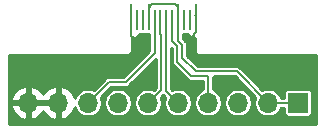
<source format=gbr>
G04 #@! TF.GenerationSoftware,KiCad,Pcbnew,(5.0.0)*
G04 #@! TF.CreationDate,2020-07-27T10:37:02+01:00*
G04 #@! TF.ProjectId,USB2,555342322E6B696361645F7063620000,rev?*
G04 #@! TF.SameCoordinates,Original*
G04 #@! TF.FileFunction,Copper,L2,Bot,Signal*
G04 #@! TF.FilePolarity,Positive*
%FSLAX46Y46*%
G04 Gerber Fmt 4.6, Leading zero omitted, Abs format (unit mm)*
G04 Created by KiCad (PCBNEW (5.0.0)) date 07/27/20 10:37:02*
%MOMM*%
%LPD*%
G01*
G04 APERTURE LIST*
G04 #@! TA.AperFunction,SMDPad,CuDef*
%ADD10R,0.250000X2.300000*%
G04 #@! TD*
G04 #@! TA.AperFunction,SMDPad,CuDef*
%ADD11R,0.250000X1.800000*%
G04 #@! TD*
G04 #@! TA.AperFunction,ComponentPad*
%ADD12R,1.700000X1.700000*%
G04 #@! TD*
G04 #@! TA.AperFunction,ComponentPad*
%ADD13O,1.700000X1.700000*%
G04 #@! TD*
G04 #@! TA.AperFunction,ViaPad*
%ADD14C,0.800000*%
G04 #@! TD*
G04 #@! TA.AperFunction,Conductor*
%ADD15C,0.200000*%
G04 #@! TD*
G04 #@! TA.AperFunction,Conductor*
%ADD16C,0.254000*%
G04 #@! TD*
G04 APERTURE END LIST*
D10*
G04 #@! TO.P,J4,B1*
G04 #@! TO.N,GND*
X182850000Y-97150000D03*
D11*
G04 #@! TO.P,J4,B11*
G04 #@! TO.N,N/C*
X187850000Y-97400000D03*
D10*
G04 #@! TO.P,J4,B9*
G04 #@! TO.N,VBUS*
X186850000Y-97150000D03*
D11*
G04 #@! TO.P,J4,B8*
G04 #@! TO.N,/SBUS2*
X186350000Y-97400000D03*
G04 #@! TO.P,J4,B10*
G04 #@! TO.N,N/C*
X187350000Y-97400000D03*
G04 #@! TO.P,J4,B3*
X183850000Y-97400000D03*
G04 #@! TO.P,J4,B6*
G04 #@! TO.N,/USBD+*
X185350000Y-97400000D03*
D10*
G04 #@! TO.P,J4,B4*
G04 #@! TO.N,VBUS*
X184350000Y-97150000D03*
D11*
G04 #@! TO.P,J4,B5*
G04 #@! TO.N,/CC2*
X184850000Y-97400000D03*
G04 #@! TO.P,J4,B2*
G04 #@! TO.N,N/C*
X183350000Y-97400000D03*
D10*
G04 #@! TO.P,J4,B12*
G04 #@! TO.N,GND*
X188350000Y-97150000D03*
D11*
G04 #@! TO.P,J4,B7*
G04 #@! TO.N,/USBD-*
X185850000Y-97400000D03*
G04 #@! TD*
D12*
G04 #@! TO.P,J5,1*
G04 #@! TO.N,VBUS*
X197000000Y-104400000D03*
D13*
G04 #@! TO.P,J5,2*
X194460000Y-104400000D03*
G04 #@! TO.P,J5,3*
G04 #@! TO.N,/CC1*
X191920000Y-104400000D03*
G04 #@! TO.P,J5,4*
G04 #@! TO.N,/SBUS2*
X189380000Y-104400000D03*
G04 #@! TO.P,J5,5*
G04 #@! TO.N,/USBD-*
X186840000Y-104400000D03*
G04 #@! TO.P,J5,6*
G04 #@! TO.N,/USBD+*
X184300000Y-104400000D03*
G04 #@! TO.P,J5,7*
G04 #@! TO.N,/SBUS1*
X181760000Y-104400000D03*
G04 #@! TO.P,J5,8*
G04 #@! TO.N,/CC2*
X179220000Y-104400000D03*
G04 #@! TO.P,J5,9*
G04 #@! TO.N,GND*
X176680000Y-104400000D03*
G04 #@! TO.P,J5,10*
X174140000Y-104400000D03*
G04 #@! TD*
D14*
G04 #@! TO.N,GND*
X187900000Y-99200000D03*
X184300000Y-101900000D03*
X186900000Y-102700000D03*
X190300000Y-102500000D03*
X191500000Y-100800000D03*
X179300000Y-101000000D03*
G04 #@! TD*
D15*
G04 #@! TO.N,GND*
X183300000Y-99250000D02*
X183300000Y-99150000D01*
X182885010Y-98134623D02*
X182885010Y-97150000D01*
X182885010Y-98735010D02*
X182885010Y-98134623D01*
X183300000Y-99150000D02*
X182885010Y-98735010D01*
X188100000Y-99100000D02*
X188100000Y-98800000D01*
X188100000Y-98800000D02*
X188200000Y-98700000D01*
X188350000Y-98390367D02*
X188350000Y-98159633D01*
X188274990Y-98465377D02*
X188350000Y-98390367D01*
X188274990Y-98540012D02*
X188274990Y-98465377D01*
X188215001Y-98600001D02*
X188274990Y-98540012D01*
X188200000Y-98600001D02*
X188215001Y-98600001D01*
X188200000Y-98700000D02*
X188200000Y-98600001D01*
G04 #@! TO.N,/USBD+*
X185350000Y-98555002D02*
X185400000Y-98605002D01*
X185350000Y-97400000D02*
X185350000Y-98555002D01*
X185400000Y-103300000D02*
X184300000Y-104400000D01*
X185400000Y-98605002D02*
X185400000Y-103300000D01*
G04 #@! TO.N,VBUS*
X195662081Y-104400000D02*
X197000000Y-104400000D01*
X194460000Y-104400000D02*
X195662081Y-104400000D01*
X186850000Y-96334998D02*
X186850000Y-97150000D01*
X186565002Y-96050000D02*
X186850000Y-96334998D01*
X184650000Y-96050000D02*
X186565002Y-96050000D01*
X184350000Y-97150000D02*
X184350000Y-96350000D01*
X184350000Y-96350000D02*
X184650000Y-96050000D01*
X191810000Y-101750000D02*
X194460000Y-104400000D01*
X186850000Y-97150000D02*
X186850000Y-99150000D01*
X189890367Y-101750000D02*
X191810000Y-101750000D01*
X187200000Y-99500000D02*
X187200000Y-100600000D01*
X186850000Y-99150000D02*
X187200000Y-99500000D01*
X189874677Y-101765690D02*
X189890367Y-101750000D01*
X188365690Y-101765690D02*
X189874677Y-101765690D01*
X187200000Y-100600000D02*
X188365690Y-101765690D01*
G04 #@! TO.N,/USBD-*
X185850000Y-103410000D02*
X186840000Y-104400000D01*
X185850000Y-97400000D02*
X185850000Y-103410000D01*
G04 #@! TO.N,/SBUS2*
X186350000Y-97400000D02*
X186350000Y-99215700D01*
X189380000Y-102245700D02*
X189380000Y-103197919D01*
X189380000Y-103197919D02*
X189380000Y-104400000D01*
X186734300Y-99600000D02*
X186734300Y-100934300D01*
X186350000Y-99215700D02*
X186734300Y-99600000D01*
X187965700Y-102165700D02*
X189300000Y-102165700D01*
X186734300Y-100934300D02*
X187965700Y-102165700D01*
X189300000Y-102165700D02*
X189380000Y-102245700D01*
G04 #@! TO.N,/CC2*
X184850000Y-97400000D02*
X184850000Y-100200000D01*
X184850000Y-100200000D02*
X182400000Y-102650000D01*
X180970000Y-102650000D02*
X179220000Y-104400000D01*
X182400000Y-102650000D02*
X180970000Y-102650000D01*
G04 #@! TD*
D16*
G04 #@! TO.N,GND*
G36*
X187671363Y-98622737D02*
X187686673Y-98659699D01*
X187865302Y-98838327D01*
X188098691Y-98935000D01*
X188128750Y-98935000D01*
X188222998Y-98840752D01*
X188222998Y-98935000D01*
X188248000Y-98935000D01*
X188248001Y-99965326D01*
X188241104Y-100000000D01*
X188268423Y-100137344D01*
X188346222Y-100253778D01*
X188462656Y-100331577D01*
X188565331Y-100352000D01*
X188600000Y-100358896D01*
X188634669Y-100352000D01*
X198548001Y-100352000D01*
X198548000Y-102534668D01*
X198548001Y-102534673D01*
X198548000Y-106248000D01*
X172552000Y-106248000D01*
X172552000Y-104756892D01*
X172698514Y-104756892D01*
X172944817Y-105281358D01*
X173373076Y-105671645D01*
X173783110Y-105841476D01*
X174013000Y-105720155D01*
X174013000Y-104527000D01*
X174267000Y-104527000D01*
X174267000Y-105720155D01*
X174496890Y-105841476D01*
X174906924Y-105671645D01*
X175335183Y-105281358D01*
X175410000Y-105122046D01*
X175484817Y-105281358D01*
X175913076Y-105671645D01*
X176323110Y-105841476D01*
X176553000Y-105720155D01*
X176553000Y-104527000D01*
X174267000Y-104527000D01*
X174013000Y-104527000D01*
X172819181Y-104527000D01*
X172698514Y-104756892D01*
X172552000Y-104756892D01*
X172552000Y-104043108D01*
X172698514Y-104043108D01*
X172819181Y-104273000D01*
X174013000Y-104273000D01*
X174013000Y-103079845D01*
X174267000Y-103079845D01*
X174267000Y-104273000D01*
X176553000Y-104273000D01*
X176553000Y-103079845D01*
X176323110Y-102958524D01*
X175913076Y-103128355D01*
X175484817Y-103518642D01*
X175410000Y-103677954D01*
X175335183Y-103518642D01*
X174906924Y-103128355D01*
X174496890Y-102958524D01*
X174267000Y-103079845D01*
X174013000Y-103079845D01*
X173783110Y-102958524D01*
X173373076Y-103128355D01*
X172944817Y-103518642D01*
X172698514Y-104043108D01*
X172552000Y-104043108D01*
X172552000Y-100352000D01*
X182525331Y-100352000D01*
X182560000Y-100358896D01*
X182594669Y-100352000D01*
X182697344Y-100331577D01*
X182813778Y-100253778D01*
X182891577Y-100137344D01*
X182918896Y-100000000D01*
X182912000Y-99965331D01*
X182912000Y-98935000D01*
X182977002Y-98935000D01*
X182977002Y-98840752D01*
X183071250Y-98935000D01*
X183101309Y-98935000D01*
X183334698Y-98838327D01*
X183513327Y-98659699D01*
X183528637Y-98622737D01*
X183600000Y-98608542D01*
X183725000Y-98633406D01*
X183975000Y-98633406D01*
X184100000Y-98608542D01*
X184225000Y-98633406D01*
X184423000Y-98633406D01*
X184423001Y-100023129D01*
X182223132Y-102223000D01*
X181012054Y-102223000D01*
X180970000Y-102214635D01*
X180927946Y-102223000D01*
X180803393Y-102247775D01*
X180662150Y-102342150D01*
X180638328Y-102377803D01*
X179706576Y-103309555D01*
X179679242Y-103291291D01*
X179335920Y-103223000D01*
X179104080Y-103223000D01*
X178760758Y-103291291D01*
X178371431Y-103551431D01*
X178111291Y-103940758D01*
X178100023Y-103997406D01*
X177875183Y-103518642D01*
X177446924Y-103128355D01*
X177036890Y-102958524D01*
X176807000Y-103079845D01*
X176807000Y-104273000D01*
X176827000Y-104273000D01*
X176827000Y-104527000D01*
X176807000Y-104527000D01*
X176807000Y-105720155D01*
X177036890Y-105841476D01*
X177446924Y-105671645D01*
X177875183Y-105281358D01*
X178100023Y-104802594D01*
X178111291Y-104859242D01*
X178371431Y-105248569D01*
X178760758Y-105508709D01*
X179104080Y-105577000D01*
X179335920Y-105577000D01*
X179679242Y-105508709D01*
X180068569Y-105248569D01*
X180328709Y-104859242D01*
X180420058Y-104400000D01*
X180559942Y-104400000D01*
X180651291Y-104859242D01*
X180911431Y-105248569D01*
X181300758Y-105508709D01*
X181644080Y-105577000D01*
X181875920Y-105577000D01*
X182219242Y-105508709D01*
X182608569Y-105248569D01*
X182868709Y-104859242D01*
X182960058Y-104400000D01*
X182868709Y-103940758D01*
X182608569Y-103551431D01*
X182219242Y-103291291D01*
X181875920Y-103223000D01*
X181644080Y-103223000D01*
X181300758Y-103291291D01*
X180911431Y-103551431D01*
X180651291Y-103940758D01*
X180559942Y-104400000D01*
X180420058Y-104400000D01*
X180328709Y-103940758D01*
X180310445Y-103913424D01*
X181146869Y-103077000D01*
X182357947Y-103077000D01*
X182400000Y-103085365D01*
X182442053Y-103077000D01*
X182442054Y-103077000D01*
X182566607Y-103052225D01*
X182707850Y-102957850D01*
X182731675Y-102922193D01*
X184973000Y-100680869D01*
X184973001Y-103123130D01*
X184786576Y-103309555D01*
X184759242Y-103291291D01*
X184415920Y-103223000D01*
X184184080Y-103223000D01*
X183840758Y-103291291D01*
X183451431Y-103551431D01*
X183191291Y-103940758D01*
X183099942Y-104400000D01*
X183191291Y-104859242D01*
X183451431Y-105248569D01*
X183840758Y-105508709D01*
X184184080Y-105577000D01*
X184415920Y-105577000D01*
X184759242Y-105508709D01*
X185148569Y-105248569D01*
X185408709Y-104859242D01*
X185500058Y-104400000D01*
X185408709Y-103940758D01*
X185390445Y-103913424D01*
X185568448Y-103735421D01*
X185577805Y-103741673D01*
X185749555Y-103913424D01*
X185731291Y-103940758D01*
X185639942Y-104400000D01*
X185731291Y-104859242D01*
X185991431Y-105248569D01*
X186380758Y-105508709D01*
X186724080Y-105577000D01*
X186955920Y-105577000D01*
X187299242Y-105508709D01*
X187688569Y-105248569D01*
X187948709Y-104859242D01*
X188040058Y-104400000D01*
X187948709Y-103940758D01*
X187688569Y-103551431D01*
X187299242Y-103291291D01*
X186955920Y-103223000D01*
X186724080Y-103223000D01*
X186380758Y-103291291D01*
X186353424Y-103309555D01*
X186277000Y-103233132D01*
X186277000Y-99746569D01*
X186307300Y-99776869D01*
X186307301Y-100892243D01*
X186298935Y-100934300D01*
X186319039Y-101035365D01*
X186332076Y-101100907D01*
X186426451Y-101242150D01*
X186462105Y-101265973D01*
X187634027Y-102437896D01*
X187657850Y-102473550D01*
X187749322Y-102534669D01*
X187799093Y-102567925D01*
X187965700Y-102601065D01*
X188007754Y-102592700D01*
X188953000Y-102592700D01*
X188953001Y-103155861D01*
X188953000Y-103155866D01*
X188953000Y-103284878D01*
X188920758Y-103291291D01*
X188531431Y-103551431D01*
X188271291Y-103940758D01*
X188179942Y-104400000D01*
X188271291Y-104859242D01*
X188531431Y-105248569D01*
X188920758Y-105508709D01*
X189264080Y-105577000D01*
X189495920Y-105577000D01*
X189839242Y-105508709D01*
X190228569Y-105248569D01*
X190488709Y-104859242D01*
X190580058Y-104400000D01*
X190719942Y-104400000D01*
X190811291Y-104859242D01*
X191071431Y-105248569D01*
X191460758Y-105508709D01*
X191804080Y-105577000D01*
X192035920Y-105577000D01*
X192379242Y-105508709D01*
X192768569Y-105248569D01*
X193028709Y-104859242D01*
X193120058Y-104400000D01*
X193028709Y-103940758D01*
X192768569Y-103551431D01*
X192379242Y-103291291D01*
X192035920Y-103223000D01*
X191804080Y-103223000D01*
X191460758Y-103291291D01*
X191071431Y-103551431D01*
X190811291Y-103940758D01*
X190719942Y-104400000D01*
X190580058Y-104400000D01*
X190488709Y-103940758D01*
X190228569Y-103551431D01*
X189839242Y-103291291D01*
X189807000Y-103284878D01*
X189807000Y-102287752D01*
X189815365Y-102245699D01*
X189807000Y-102203646D01*
X189804821Y-102192690D01*
X189832624Y-102192690D01*
X189874677Y-102201055D01*
X189916730Y-102192690D01*
X189916731Y-102192690D01*
X189995610Y-102177000D01*
X191633132Y-102177000D01*
X193369555Y-103913424D01*
X193351291Y-103940758D01*
X193259942Y-104400000D01*
X193351291Y-104859242D01*
X193611431Y-105248569D01*
X194000758Y-105508709D01*
X194344080Y-105577000D01*
X194575920Y-105577000D01*
X194919242Y-105508709D01*
X195308569Y-105248569D01*
X195568709Y-104859242D01*
X195575122Y-104827000D01*
X195816594Y-104827000D01*
X195816594Y-105250000D01*
X195841973Y-105377589D01*
X195914246Y-105485754D01*
X196022411Y-105558027D01*
X196150000Y-105583406D01*
X197850000Y-105583406D01*
X197977589Y-105558027D01*
X198085754Y-105485754D01*
X198158027Y-105377589D01*
X198183406Y-105250000D01*
X198183406Y-103550000D01*
X198158027Y-103422411D01*
X198085754Y-103314246D01*
X197977589Y-103241973D01*
X197850000Y-103216594D01*
X196150000Y-103216594D01*
X196022411Y-103241973D01*
X195914246Y-103314246D01*
X195841973Y-103422411D01*
X195816594Y-103550000D01*
X195816594Y-103973000D01*
X195575122Y-103973000D01*
X195568709Y-103940758D01*
X195308569Y-103551431D01*
X194919242Y-103291291D01*
X194575920Y-103223000D01*
X194344080Y-103223000D01*
X194000758Y-103291291D01*
X193973424Y-103309555D01*
X192141675Y-101477807D01*
X192117850Y-101442150D01*
X191976607Y-101347775D01*
X191852054Y-101323000D01*
X191852053Y-101323000D01*
X191810000Y-101314635D01*
X191767947Y-101323000D01*
X189932419Y-101323000D01*
X189890366Y-101314635D01*
X189848314Y-101323000D01*
X189848313Y-101323000D01*
X189769434Y-101338690D01*
X188542559Y-101338690D01*
X187627000Y-100423132D01*
X187627000Y-99542054D01*
X187635365Y-99500000D01*
X187602225Y-99333393D01*
X187574667Y-99292150D01*
X187507850Y-99192150D01*
X187472196Y-99168327D01*
X187277000Y-98973132D01*
X187277000Y-98633406D01*
X187475000Y-98633406D01*
X187600000Y-98608542D01*
X187671363Y-98622737D01*
X187671363Y-98622737D01*
G37*
X187671363Y-98622737D02*
X187686673Y-98659699D01*
X187865302Y-98838327D01*
X188098691Y-98935000D01*
X188128750Y-98935000D01*
X188222998Y-98840752D01*
X188222998Y-98935000D01*
X188248000Y-98935000D01*
X188248001Y-99965326D01*
X188241104Y-100000000D01*
X188268423Y-100137344D01*
X188346222Y-100253778D01*
X188462656Y-100331577D01*
X188565331Y-100352000D01*
X188600000Y-100358896D01*
X188634669Y-100352000D01*
X198548001Y-100352000D01*
X198548000Y-102534668D01*
X198548001Y-102534673D01*
X198548000Y-106248000D01*
X172552000Y-106248000D01*
X172552000Y-104756892D01*
X172698514Y-104756892D01*
X172944817Y-105281358D01*
X173373076Y-105671645D01*
X173783110Y-105841476D01*
X174013000Y-105720155D01*
X174013000Y-104527000D01*
X174267000Y-104527000D01*
X174267000Y-105720155D01*
X174496890Y-105841476D01*
X174906924Y-105671645D01*
X175335183Y-105281358D01*
X175410000Y-105122046D01*
X175484817Y-105281358D01*
X175913076Y-105671645D01*
X176323110Y-105841476D01*
X176553000Y-105720155D01*
X176553000Y-104527000D01*
X174267000Y-104527000D01*
X174013000Y-104527000D01*
X172819181Y-104527000D01*
X172698514Y-104756892D01*
X172552000Y-104756892D01*
X172552000Y-104043108D01*
X172698514Y-104043108D01*
X172819181Y-104273000D01*
X174013000Y-104273000D01*
X174013000Y-103079845D01*
X174267000Y-103079845D01*
X174267000Y-104273000D01*
X176553000Y-104273000D01*
X176553000Y-103079845D01*
X176323110Y-102958524D01*
X175913076Y-103128355D01*
X175484817Y-103518642D01*
X175410000Y-103677954D01*
X175335183Y-103518642D01*
X174906924Y-103128355D01*
X174496890Y-102958524D01*
X174267000Y-103079845D01*
X174013000Y-103079845D01*
X173783110Y-102958524D01*
X173373076Y-103128355D01*
X172944817Y-103518642D01*
X172698514Y-104043108D01*
X172552000Y-104043108D01*
X172552000Y-100352000D01*
X182525331Y-100352000D01*
X182560000Y-100358896D01*
X182594669Y-100352000D01*
X182697344Y-100331577D01*
X182813778Y-100253778D01*
X182891577Y-100137344D01*
X182918896Y-100000000D01*
X182912000Y-99965331D01*
X182912000Y-98935000D01*
X182977002Y-98935000D01*
X182977002Y-98840752D01*
X183071250Y-98935000D01*
X183101309Y-98935000D01*
X183334698Y-98838327D01*
X183513327Y-98659699D01*
X183528637Y-98622737D01*
X183600000Y-98608542D01*
X183725000Y-98633406D01*
X183975000Y-98633406D01*
X184100000Y-98608542D01*
X184225000Y-98633406D01*
X184423000Y-98633406D01*
X184423001Y-100023129D01*
X182223132Y-102223000D01*
X181012054Y-102223000D01*
X180970000Y-102214635D01*
X180927946Y-102223000D01*
X180803393Y-102247775D01*
X180662150Y-102342150D01*
X180638328Y-102377803D01*
X179706576Y-103309555D01*
X179679242Y-103291291D01*
X179335920Y-103223000D01*
X179104080Y-103223000D01*
X178760758Y-103291291D01*
X178371431Y-103551431D01*
X178111291Y-103940758D01*
X178100023Y-103997406D01*
X177875183Y-103518642D01*
X177446924Y-103128355D01*
X177036890Y-102958524D01*
X176807000Y-103079845D01*
X176807000Y-104273000D01*
X176827000Y-104273000D01*
X176827000Y-104527000D01*
X176807000Y-104527000D01*
X176807000Y-105720155D01*
X177036890Y-105841476D01*
X177446924Y-105671645D01*
X177875183Y-105281358D01*
X178100023Y-104802594D01*
X178111291Y-104859242D01*
X178371431Y-105248569D01*
X178760758Y-105508709D01*
X179104080Y-105577000D01*
X179335920Y-105577000D01*
X179679242Y-105508709D01*
X180068569Y-105248569D01*
X180328709Y-104859242D01*
X180420058Y-104400000D01*
X180559942Y-104400000D01*
X180651291Y-104859242D01*
X180911431Y-105248569D01*
X181300758Y-105508709D01*
X181644080Y-105577000D01*
X181875920Y-105577000D01*
X182219242Y-105508709D01*
X182608569Y-105248569D01*
X182868709Y-104859242D01*
X182960058Y-104400000D01*
X182868709Y-103940758D01*
X182608569Y-103551431D01*
X182219242Y-103291291D01*
X181875920Y-103223000D01*
X181644080Y-103223000D01*
X181300758Y-103291291D01*
X180911431Y-103551431D01*
X180651291Y-103940758D01*
X180559942Y-104400000D01*
X180420058Y-104400000D01*
X180328709Y-103940758D01*
X180310445Y-103913424D01*
X181146869Y-103077000D01*
X182357947Y-103077000D01*
X182400000Y-103085365D01*
X182442053Y-103077000D01*
X182442054Y-103077000D01*
X182566607Y-103052225D01*
X182707850Y-102957850D01*
X182731675Y-102922193D01*
X184973000Y-100680869D01*
X184973001Y-103123130D01*
X184786576Y-103309555D01*
X184759242Y-103291291D01*
X184415920Y-103223000D01*
X184184080Y-103223000D01*
X183840758Y-103291291D01*
X183451431Y-103551431D01*
X183191291Y-103940758D01*
X183099942Y-104400000D01*
X183191291Y-104859242D01*
X183451431Y-105248569D01*
X183840758Y-105508709D01*
X184184080Y-105577000D01*
X184415920Y-105577000D01*
X184759242Y-105508709D01*
X185148569Y-105248569D01*
X185408709Y-104859242D01*
X185500058Y-104400000D01*
X185408709Y-103940758D01*
X185390445Y-103913424D01*
X185568448Y-103735421D01*
X185577805Y-103741673D01*
X185749555Y-103913424D01*
X185731291Y-103940758D01*
X185639942Y-104400000D01*
X185731291Y-104859242D01*
X185991431Y-105248569D01*
X186380758Y-105508709D01*
X186724080Y-105577000D01*
X186955920Y-105577000D01*
X187299242Y-105508709D01*
X187688569Y-105248569D01*
X187948709Y-104859242D01*
X188040058Y-104400000D01*
X187948709Y-103940758D01*
X187688569Y-103551431D01*
X187299242Y-103291291D01*
X186955920Y-103223000D01*
X186724080Y-103223000D01*
X186380758Y-103291291D01*
X186353424Y-103309555D01*
X186277000Y-103233132D01*
X186277000Y-99746569D01*
X186307300Y-99776869D01*
X186307301Y-100892243D01*
X186298935Y-100934300D01*
X186319039Y-101035365D01*
X186332076Y-101100907D01*
X186426451Y-101242150D01*
X186462105Y-101265973D01*
X187634027Y-102437896D01*
X187657850Y-102473550D01*
X187749322Y-102534669D01*
X187799093Y-102567925D01*
X187965700Y-102601065D01*
X188007754Y-102592700D01*
X188953000Y-102592700D01*
X188953001Y-103155861D01*
X188953000Y-103155866D01*
X188953000Y-103284878D01*
X188920758Y-103291291D01*
X188531431Y-103551431D01*
X188271291Y-103940758D01*
X188179942Y-104400000D01*
X188271291Y-104859242D01*
X188531431Y-105248569D01*
X188920758Y-105508709D01*
X189264080Y-105577000D01*
X189495920Y-105577000D01*
X189839242Y-105508709D01*
X190228569Y-105248569D01*
X190488709Y-104859242D01*
X190580058Y-104400000D01*
X190719942Y-104400000D01*
X190811291Y-104859242D01*
X191071431Y-105248569D01*
X191460758Y-105508709D01*
X191804080Y-105577000D01*
X192035920Y-105577000D01*
X192379242Y-105508709D01*
X192768569Y-105248569D01*
X193028709Y-104859242D01*
X193120058Y-104400000D01*
X193028709Y-103940758D01*
X192768569Y-103551431D01*
X192379242Y-103291291D01*
X192035920Y-103223000D01*
X191804080Y-103223000D01*
X191460758Y-103291291D01*
X191071431Y-103551431D01*
X190811291Y-103940758D01*
X190719942Y-104400000D01*
X190580058Y-104400000D01*
X190488709Y-103940758D01*
X190228569Y-103551431D01*
X189839242Y-103291291D01*
X189807000Y-103284878D01*
X189807000Y-102287752D01*
X189815365Y-102245699D01*
X189807000Y-102203646D01*
X189804821Y-102192690D01*
X189832624Y-102192690D01*
X189874677Y-102201055D01*
X189916730Y-102192690D01*
X189916731Y-102192690D01*
X189995610Y-102177000D01*
X191633132Y-102177000D01*
X193369555Y-103913424D01*
X193351291Y-103940758D01*
X193259942Y-104400000D01*
X193351291Y-104859242D01*
X193611431Y-105248569D01*
X194000758Y-105508709D01*
X194344080Y-105577000D01*
X194575920Y-105577000D01*
X194919242Y-105508709D01*
X195308569Y-105248569D01*
X195568709Y-104859242D01*
X195575122Y-104827000D01*
X195816594Y-104827000D01*
X195816594Y-105250000D01*
X195841973Y-105377589D01*
X195914246Y-105485754D01*
X196022411Y-105558027D01*
X196150000Y-105583406D01*
X197850000Y-105583406D01*
X197977589Y-105558027D01*
X198085754Y-105485754D01*
X198158027Y-105377589D01*
X198183406Y-105250000D01*
X198183406Y-103550000D01*
X198158027Y-103422411D01*
X198085754Y-103314246D01*
X197977589Y-103241973D01*
X197850000Y-103216594D01*
X196150000Y-103216594D01*
X196022411Y-103241973D01*
X195914246Y-103314246D01*
X195841973Y-103422411D01*
X195816594Y-103550000D01*
X195816594Y-103973000D01*
X195575122Y-103973000D01*
X195568709Y-103940758D01*
X195308569Y-103551431D01*
X194919242Y-103291291D01*
X194575920Y-103223000D01*
X194344080Y-103223000D01*
X194000758Y-103291291D01*
X193973424Y-103309555D01*
X192141675Y-101477807D01*
X192117850Y-101442150D01*
X191976607Y-101347775D01*
X191852054Y-101323000D01*
X191852053Y-101323000D01*
X191810000Y-101314635D01*
X191767947Y-101323000D01*
X189932419Y-101323000D01*
X189890366Y-101314635D01*
X189848314Y-101323000D01*
X189848313Y-101323000D01*
X189769434Y-101338690D01*
X188542559Y-101338690D01*
X187627000Y-100423132D01*
X187627000Y-99542054D01*
X187635365Y-99500000D01*
X187602225Y-99333393D01*
X187574667Y-99292150D01*
X187507850Y-99192150D01*
X187472196Y-99168327D01*
X187277000Y-98973132D01*
X187277000Y-98633406D01*
X187475000Y-98633406D01*
X187600000Y-98608542D01*
X187671363Y-98622737D01*
G36*
X188308406Y-97013017D02*
X188308406Y-97003000D01*
X188310398Y-97003000D01*
X188308406Y-97013017D01*
X188308406Y-97013017D01*
G37*
X188308406Y-97013017D02*
X188308406Y-97003000D01*
X188310398Y-97003000D01*
X188308406Y-97013017D01*
G04 #@! TD*
M02*

</source>
